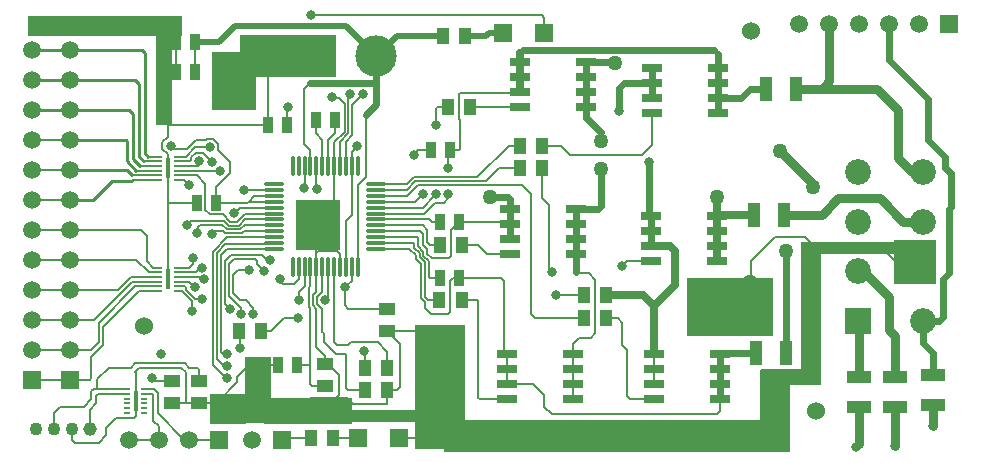
<source format=gtl>
%FSTAX23Y23*%
%MOIN*%
%SFA1B1*%

%IPPOS*%
%ADD11C,0.023620*%
%ADD13C,0.007870*%
%ADD15C,0.010000*%
%ADD17R,0.055000X0.040000*%
%ADD18R,0.023620X0.007870*%
%ADD19R,0.015750X0.070870*%
%ADD20R,0.059060X0.059060*%
%ADD21R,0.040000X0.055000*%
%ADD22R,0.068900X0.025590*%
%ADD23R,0.036000X0.057000*%
%ADD24R,0.078740X0.043310*%
%ADD25R,0.043310X0.078740*%
%ADD26O,0.066930X0.011810*%
%ADD27O,0.011810X0.066930*%
%ADD49C,0.031500*%
%ADD50C,0.019680*%
%ADD51C,0.027560*%
%ADD52R,0.141100X0.147070*%
%ADD53R,0.360000X0.040000*%
%ADD54R,0.070000X0.476970*%
%ADD55R,0.205000X0.051970*%
%ADD56R,0.101380X0.175000*%
%ADD57R,0.055000X0.305000*%
%ADD58R,0.515000X0.070000*%
%ADD59R,0.148890X0.195000*%
%ADD60R,0.320000X0.140000*%
%ADD61R,1.152440X0.105000*%
%ADD62R,0.290000X0.195000*%
%ADD63R,0.124750X0.098430*%
%ADD64R,0.293000X0.085000*%
%ADD65R,0.085000X0.220000*%
%ADD66R,0.385000X0.043940*%
%ADD67R,0.165790X0.415000*%
%ADD68R,0.149210X0.170000*%
%ADD69C,0.060000*%
%ADD70R,0.059060X0.059060*%
%ADD71C,0.059060*%
%ADD72C,0.137800*%
%ADD73C,0.043310*%
%ADD74C,0.045280*%
%ADD75R,0.085630X0.085630*%
%ADD76C,0.085630*%
%ADD77C,0.031500*%
%ADD78C,0.050000*%
%LN3phasedriver-1*%
%LPD*%
G54D11*
X05935Y03565D02*
Y037D01*
X05992Y03472D02*
X06011Y03453D01*
X05992Y03472D02*
Y03507D01*
X05935Y03565D02*
X05992Y03507D01*
X06011Y03342D02*
Y03453D01*
X06003Y03334D02*
X06011Y03342D01*
X05985Y02975D02*
Y03101D01*
X06003Y0312*
X04845Y03345D02*
Y03468D01*
X04835Y03335D02*
X04845Y03345D01*
X0476Y03335D02*
X04835D01*
X05918Y02961D02*
X05971D01*
X05985Y02975*
X06003Y0312D02*
Y03334D01*
X05805Y0383D02*
X05935Y037D01*
X05805Y0383D02*
Y0395D01*
X0546Y02855D02*
Y03185D01*
X05918Y02886D02*
Y02961D01*
Y02886D02*
X0595Y02855D01*
Y0278D02*
Y02855D01*
X05245D02*
X0536D01*
X0524Y028D02*
Y0285D01*
Y0275D02*
Y028D01*
Y027D02*
Y0275D01*
X0476Y03124D02*
Y03185D01*
X05009Y0326D02*
Y0331D01*
Y0321D02*
Y0326D01*
X05005Y03314D02*
Y0349D01*
X04922Y03755D02*
X05014D01*
X04905Y03738D02*
X04922Y03755D01*
X04905Y0366D02*
Y03738D01*
X05014Y03755D02*
Y03805D01*
Y03705D02*
Y03755D01*
X04795Y03825D02*
X04875D01*
X0476Y03285D02*
Y03335D01*
Y03235D02*
Y03285D01*
Y03185D02*
Y03235D01*
X04795Y03639D02*
X04845Y0359D01*
X04795Y03639D02*
Y03675D01*
Y03775D02*
Y03825D01*
Y03725D02*
Y03775D01*
Y03675D02*
Y03725D01*
X04095Y03685D02*
Y0376D01*
X0406Y03649D02*
X04095Y03685D01*
X04475Y03375D02*
X04534D01*
X04539Y03335D02*
Y03369D01*
Y03285D02*
Y03335D01*
Y03235D02*
Y03285D01*
X0534Y03735D02*
X05395D01*
X0531Y03705D02*
X0534Y03735D01*
X05235Y03705D02*
X0531D01*
X05235Y03755D02*
Y03805D01*
Y03705D02*
Y03755D01*
Y03655D02*
Y03705D01*
Y03805D02*
Y0385D01*
X04585Y03865D02*
X0522D01*
X04095Y0376D02*
Y03845D01*
X03875Y03755D02*
X0409D01*
G54D13*
X0588Y03458D02*
X05918D01*
X03878Y0398D02*
X04647D01*
X04655Y03971*
Y03921D02*
Y03971D01*
X04095Y03845D02*
X04098D01*
X0378Y02565D02*
X03785Y0257D01*
X03878*
X03952D02*
X04033D01*
X04171D02*
X04263D01*
X03346Y02771D02*
X03356Y02762D01*
X03415*
X03454Y02565D02*
X0347D01*
X03366Y02653D02*
X03454Y02565D01*
X03366Y02653D02*
Y02722D01*
X03354Y02734D02*
X03366Y02722D01*
X03322Y02734D02*
X03354D01*
X0327Y02565D02*
X0337D01*
Y0261*
X0335Y02629D02*
X0337Y0261D01*
X0335Y02629D02*
Y02715D01*
X03347Y02718D02*
X0335Y02715D01*
X03322Y02718D02*
X03347D01*
X0329Y0279D02*
X03293Y02786D01*
Y02695D02*
Y02786D01*
Y02643D02*
Y02695D01*
X03287Y02637D02*
X03293Y02643D01*
X03227Y02637D02*
X03287D01*
X03195Y02605D02*
X03227Y02637D01*
X03165Y02734D02*
X03263D01*
X03168Y02718D02*
X03263D01*
X03875Y03076D02*
Y0314D01*
X03871Y03072D02*
X03875Y03076D01*
X03871Y03007D02*
Y03072D01*
X03563Y02688D02*
X03631Y02756D01*
X04845Y03564D02*
Y0359D01*
X04914Y03145D02*
X04926Y03157D01*
Y0316*
X0467Y0313D02*
Y03349D01*
X04647Y03372D02*
X0467Y03349D01*
X04647Y03372D02*
Y0347D01*
Y03545D02*
X0471D01*
X0474Y03515*
X04536Y03545D02*
X04573D01*
X04431Y0344D02*
X04536Y03545D01*
X0422Y0344D02*
X04431D01*
X04505Y0347D02*
X04573D01*
X04462Y03427D02*
X04505Y0347D01*
X04225Y03427D02*
X04462D01*
X04982Y03515D02*
X05014Y03547D01*
X0474Y03515D02*
X04982D01*
X05345Y03081D02*
Y0316D01*
X05425Y0324*
X05525*
X0556Y03205*
X0578*
X05857Y03127*
X05918*
X04701Y03046D02*
X04788D01*
X0413Y02928D02*
X04248D01*
X0524Y0266D02*
Y027D01*
X0523Y0265D02*
X0524Y0266D01*
X0468Y0265D02*
X0523D01*
X04655Y02675D02*
X0468Y0265D01*
X04655Y02675D02*
Y02713D01*
X04618Y0275D02*
X04655Y02713D01*
X04529Y0275D02*
X04618D01*
X05695Y0254D02*
X05705Y0255D01*
X05701Y03127D02*
X05717D01*
X05701Y02961D02*
X05705Y02958D01*
X0524Y0285D02*
X05245Y02855D01*
X05019Y028D02*
Y0285D01*
Y0275D02*
Y028D01*
X04862Y0297D02*
X049D01*
X04915Y02955*
Y0288D02*
Y02955D01*
Y0288D02*
X0493Y02865D01*
Y0271D02*
Y02865D01*
Y0271D02*
X0494Y027D01*
X05019*
X0476Y03124D02*
X04765Y0312D01*
X04804*
X04825Y03099*
Y0292D02*
Y03099D01*
X04809Y02905D02*
X04825Y0292D01*
X0477Y02905D02*
X04809D01*
X0475Y02885D02*
X0477Y02905D01*
X0475Y0285D02*
Y02885D01*
Y028D02*
Y0285D01*
Y0275D02*
Y028D01*
Y027D02*
Y0275D01*
X05005Y03314D02*
X05009Y0331D01*
X04926Y0316D02*
X05009D01*
X05014Y03547D02*
Y03655D01*
X04013Y03523D02*
X04025Y03535D01*
X04013Y03479D02*
Y03523D01*
X04033Y0314D02*
Y03413D01*
X0406Y0344D02*
Y03649D01*
X04033Y03413D02*
X0406Y0344D01*
X04407Y03675D02*
X04574D01*
X04132Y0273D02*
X04165D01*
X04175Y0274*
Y02883*
X0413Y02928D02*
X04175Y02883D01*
X0399Y03013D02*
X04001Y03002D01*
X0413*
X0394Y03195D02*
X03965D01*
X03902D02*
X0394D01*
Y03235*
X03954Y0334D02*
Y03479D01*
X03893Y0319D02*
X03895Y03188D01*
X03893Y0319D02*
Y03293D01*
X04132Y02687D02*
Y0273D01*
X0413Y02685D02*
X04132Y02687D01*
X04016Y02685D02*
X0413D01*
X03996Y02705D02*
X04016Y02685D01*
X0396Y02705D02*
X03996D01*
X03873D02*
X0396D01*
X0397Y02715*
Y0278*
X03933Y02817D02*
X0397Y0278D01*
X03925Y02817D02*
X03933D01*
X0308Y02565D02*
Y026D01*
Y02565D02*
X0309Y02555D01*
X0317*
X03195Y0258*
Y02605*
X0346Y02688D02*
X03505D01*
X03415D02*
X0346D01*
X03459Y02688D02*
X0346Y02688D01*
X03459Y02688D02*
Y0279D01*
X03445Y02805D02*
X03459Y0279D01*
X03305Y02805D02*
X03445D01*
X0329Y0279D02*
X03305Y02805D01*
X03472D02*
X03498D01*
X03457Y0282D02*
X03472Y02805D01*
X03292Y0282D02*
X03457D01*
X03203Y02805D02*
X03277D01*
X03292Y0282*
X03505Y02688D02*
X03563D01*
X03631Y02756D02*
Y02773D01*
X03672Y02815*
X03768*
X03153Y02734D02*
X03165D01*
Y02766*
X03203Y02805*
X03498D02*
X03503Y028D01*
X03505*
Y02762D02*
Y028D01*
X0347Y02565D02*
X0357D01*
X0316Y0271D02*
X03168Y02718D01*
X0316Y02686D02*
Y0271D01*
X03139Y02665D02*
X0316Y02686D01*
X03139Y026D02*
Y02665D01*
X03145Y02726D02*
X03153Y02734D01*
X03145Y027D02*
Y02726D01*
X0312Y02675D02*
X03145Y027D01*
X0304Y02675D02*
X0312D01*
X0302Y02655D02*
X0304Y02675D01*
X0302Y026D02*
Y02655D01*
X0444Y027D02*
X04529D01*
X04435Y02705D02*
X0444Y027D01*
X04435Y02705D02*
Y03028D01*
X04431Y03031D02*
X04435Y03028D01*
X04379Y03031D02*
X04431D01*
X04529Y028D02*
Y0285D01*
Y0275D02*
Y028D01*
X0452Y02859D02*
X04529Y0285D01*
X0452Y02859D02*
Y03095D01*
X0451Y03104D02*
X0452Y03095D01*
X04372Y03104D02*
X0451D01*
X04538Y03185D02*
X04539Y03185D01*
X04463Y03185D02*
X04538D01*
X04434Y03215D02*
X04463Y03185D01*
X04382Y03215D02*
X04434D01*
X04349Y03104D02*
X04372D01*
X0434Y03095D02*
X04349Y03104D01*
X0434Y0299D02*
Y03095D01*
X04333Y02983D02*
X0434Y0299D01*
X04277Y02983D02*
X04333D01*
X04257Y03004D02*
X04277Y02983D01*
X04257Y03004D02*
Y03024D01*
X04244Y03037D02*
X04257Y03024D01*
X04244Y03037D02*
Y0315D01*
X04226Y03168D02*
X04244Y0315D01*
X04226Y03168D02*
Y0318D01*
X04205Y03201D02*
X04226Y0318D01*
X04094Y03201D02*
X04205D01*
X04268Y03031D02*
X04305D01*
X04257Y03042D02*
X04268Y03031D01*
X04257Y03042D02*
Y03156D01*
X04239Y03174D02*
X04257Y03156D01*
X04239Y03174D02*
Y03187D01*
X04222Y03204D02*
X04239Y03187D01*
X04222Y03204D02*
Y03217D01*
X04218Y03221D02*
X04222Y03217D01*
X04094Y03221D02*
X04218D01*
X0399Y03013D02*
Y03075D01*
X04274Y03104D02*
X04308D01*
X0427Y03109D02*
X04274Y03104D01*
X0427Y03109D02*
Y03161D01*
X04252Y03179D02*
X0427Y03161D01*
X04252Y03179D02*
Y03192D01*
X04235Y0321D02*
X04252Y03192D01*
X04235Y0321D02*
Y0324D01*
X04233Y03241D02*
X04235Y0324D01*
X04094Y03241D02*
X04233D01*
X04345Y03263D02*
X04372Y0329D01*
X04345Y03178D02*
Y03263D01*
X04337Y0317D02*
X04345Y03178D01*
X0428Y0317D02*
X04337D01*
X04265Y03185D02*
X0428Y0317D01*
X04265Y03185D02*
Y032D01*
X0425Y03215D02*
X04265Y032D01*
X0425Y03215D02*
Y0325D01*
X04239Y0326D02*
X0425Y0325D01*
X04094Y0326D02*
X04239D01*
X04275Y03215D02*
X04308D01*
X04265Y03225D02*
X04275Y03215D01*
X04265Y03225D02*
Y03265D01*
X04249Y0328D02*
X04265Y03265D01*
X04094Y0328D02*
X04249D01*
X0523Y0331D02*
X05234Y03315D01*
X0523Y0331D02*
X0523Y0331D01*
X04534Y03375D02*
X04539Y03369D01*
X04534Y0329D02*
X04539Y03285D01*
X04372Y0329D02*
X04534D01*
X0428D02*
X04308D01*
X04269Y033D02*
X0428Y0329D01*
X04094Y033D02*
X04269D01*
X0522Y03865D02*
X05235Y0385D01*
X04574Y03854D02*
X04585Y03865D01*
X04569Y0372D02*
X04574Y03725D01*
X04375Y0372D02*
X04569D01*
X04372Y03717D02*
X04375Y0372D01*
X04372Y03635D02*
Y03717D01*
Y03635D02*
X04375Y03632D01*
Y03535D02*
Y03632D01*
X0437Y0353D02*
X04375Y03535D01*
X04342Y0353D02*
X0437D01*
X04335Y03523D02*
X04342Y0353D01*
X04335Y0347D02*
Y03523D01*
Y0337D02*
Y03378D01*
X0432Y03355D02*
X04335Y0337D01*
X0429Y03355D02*
X0432D01*
X04254Y03319D02*
X0429Y03355D01*
X04094Y03319D02*
X04254D01*
X04295Y03614D02*
Y0367D01*
X043Y03675*
X04333*
X04249Y03339D02*
X04288Y03378D01*
X04094Y03339D02*
X04249D01*
X0422Y03515D02*
X04235Y0353D01*
X04278*
X04094Y03359D02*
X04224D01*
X0425Y03385*
X04625Y0297D02*
X04788D01*
X0461Y02985D02*
X04625Y0297D01*
X0461Y02985D02*
Y03385D01*
X0458Y03414D02*
X0461Y03385D01*
X04234Y03414D02*
X0458D01*
X04198Y03378D02*
X04234Y03414D01*
X04094Y03378D02*
X04198D01*
X04196Y03398D02*
X04225Y03427D01*
X04094Y03398D02*
X04196D01*
X04198Y03418D02*
X0422Y0344D01*
X04094Y03418D02*
X04198D01*
X03472Y03092D02*
X0349Y03075D01*
X03429Y03092D02*
X03472D01*
X03512Y031D02*
X0352D01*
X0355Y02815D02*
Y03192D01*
X03564Y02835D02*
Y03188D01*
X03577Y03023D02*
Y0318D01*
X0359Y03019D02*
Y0316D01*
X03605Y03044D02*
Y0315D01*
X03617Y03054D02*
Y03114D01*
X03633Y0313*
X03617Y03054D02*
X03641Y03031D01*
X03491Y03035D02*
X03515D01*
X03462Y03063D02*
X03491Y03035D01*
X03446Y0306D02*
X0348Y03027D01*
X03429Y0306D02*
X03446D01*
X0348Y02995D02*
Y03027D01*
X03462Y03063D02*
Y0307D01*
X03456Y03076D02*
X03462Y0307D01*
X03512Y031D02*
X03512Y031D01*
X0341Y03545D02*
X0342Y03535D01*
X03382Y03556D02*
X034Y03573D01*
X03382Y03533D02*
X034Y03516D01*
Y0347D02*
Y03516D01*
Y03573D02*
Y03615D01*
X03382Y03533D02*
Y03556D01*
X04015Y0368D02*
X04042Y03707D01*
X04015Y03581D02*
Y0368D01*
X0397Y03705D02*
X0399Y03685D01*
Y03592D02*
Y03685D01*
X03797Y03669D02*
X03801Y03674D01*
X03797Y03615D02*
Y03669D01*
X04002Y03586D02*
Y03707D01*
X03993Y03559D02*
X04015Y03581D01*
X03993Y03479D02*
Y03559D01*
X04002Y03707D02*
X04005Y0371D01*
X03974Y03557D02*
X04002Y03586D01*
X03974Y03479D02*
Y03557D01*
X03954Y03705D02*
X0397D01*
X03954Y03556D02*
X0399Y03592D01*
X03954Y03479D02*
Y03556D01*
X03893Y03587D02*
Y0363D01*
Y03587D02*
X03915Y03564D01*
Y03479D02*
Y03564D01*
X03957Y03587D02*
Y0363D01*
X03934Y03564D02*
X03957Y03587D01*
X03934Y03479D02*
Y03564D01*
X0409Y03755D02*
X04095Y0376D01*
X03855Y03735D02*
X03875Y03755D01*
X03855Y03551D02*
Y03735D01*
X04055Y0286D02*
X04058Y02857D01*
Y02805D02*
Y02857D01*
X041Y0289D02*
X04132Y02858D01*
X04011Y0289D02*
X041D01*
X03965Y0288D02*
X04001D01*
X04011Y0289*
X03605Y03044D02*
X03645Y03004D01*
Y02983D02*
Y03004D01*
X0355Y02815D02*
X0359Y02775D01*
X03564Y02835D02*
X03585Y02815D01*
X03577Y02859D02*
X03587Y0285D01*
X03577Y02859D02*
Y03023D01*
X03638Y02926D02*
X03639Y02925D01*
Y0287D02*
Y02925D01*
X03551Y03567D02*
X03567Y03551D01*
X03528Y03567D02*
X03551D01*
X03526Y03565D02*
X03528Y03567D01*
X0342Y03535D02*
X03465D01*
X03495Y03565*
X03526*
X03567Y03532D02*
Y03551D01*
Y03532D02*
X03608Y03491D01*
Y03454D02*
Y03491D01*
X03562Y03408D02*
X03608Y03454D01*
X03562Y03355D02*
Y03408D01*
X034Y03615D02*
Y0367D01*
Y03615D02*
X03733D01*
Y03778D02*
X038Y03845D01*
X03733Y03615D02*
Y03778D01*
X03712Y02926D02*
X03744D01*
X03788Y0297*
X03835*
X03997Y0308D02*
X04013Y03095D01*
Y0314*
X04Y0273D02*
X04058D01*
X03993Y02736D02*
X04Y0273D01*
X03993Y02736D02*
Y02846D01*
X0399Y0285D02*
X03993Y02846D01*
X0396Y0285D02*
X0399D01*
X0392Y0289D02*
X0396Y0285D01*
X0392Y0289D02*
Y0292D01*
X03954Y0289D02*
Y0314D01*
Y0289D02*
X03965Y0288D01*
X03875Y0275D02*
Y0282D01*
Y0275D02*
X03882Y02743D01*
X03925*
X03832Y02815D02*
X0387D01*
X03875Y0282*
X03895Y02874D02*
X03925Y02845D01*
Y02817D02*
Y02845D01*
X03915Y02925D02*
X0392Y0292D01*
X03429Y03108D02*
X03505D01*
X03512Y031*
X03659Y03031D02*
X03685Y03005D01*
X03641Y03031D02*
X03659D01*
X03685Y02985D02*
Y03005D01*
X03633Y0313D02*
X0367D01*
X03605Y0315D02*
X03622Y03167D01*
X03692*
X03697Y03162*
Y03152D02*
Y03162D01*
X0359Y0316D02*
X0361Y0318D01*
X03715*
X0373Y03165*
X0374*
X03697Y03152D02*
X0372Y03128D01*
X03836Y0303D02*
Y03056D01*
X03856Y03076*
X03429Y03076D02*
X03456D01*
X0359Y03019D02*
X03608Y03002D01*
X03564Y03188D02*
X03592Y03216D01*
X03577Y0318D02*
X03598Y03201D01*
X03577Y03023D02*
X03577Y03023D01*
X03895Y0341D02*
Y03479D01*
X03855Y03551D02*
X03875Y0353D01*
Y03479D02*
Y0353D01*
X034Y03355D02*
Y0347D01*
Y031D02*
Y03355D01*
X03498*
X03454Y0343D02*
X0347Y03415D01*
X03429Y0343D02*
X03454D01*
X03775Y03095D02*
X03785Y03085D01*
X0382*
X03856Y03411D02*
Y03479D01*
X04013Y03313D02*
Y03479D01*
X03993Y03293D02*
X04013Y03313D01*
X03993Y0314D02*
Y03293D01*
X03895Y0314D02*
Y03188D01*
X03902Y03195*
X03965D02*
X03974Y03185D01*
Y0314D02*
Y03185D01*
X04132Y02805D02*
Y02858D01*
X03915Y02925D02*
Y03D01*
X03897Y03018D02*
X03915Y03D01*
X03897Y03018D02*
Y03041D01*
X03915Y03059*
Y0314*
X03871Y03007D02*
X03875Y03003D01*
Y0282D02*
Y03003D01*
X03895Y03057D02*
Y0314D01*
X03884Y03046D02*
X03895Y03057D01*
X03884Y03013D02*
Y03046D01*
Y03013D02*
X03895Y03002D01*
Y02874D02*
Y03002D01*
X03925Y0303D02*
X03934Y03039D01*
Y0314*
X03856Y03076D02*
Y0314D01*
X03493Y03123D02*
X03505Y03135D01*
X03429Y03123D02*
X03493D01*
X03429Y03139D02*
X03472D01*
X03485Y03151*
Y0317*
X03583Y03317D02*
X03608Y03292D01*
X0354Y03317D02*
X03583D01*
X03525Y03332D02*
X0354Y03317D01*
X03525Y03332D02*
Y03417D01*
X03496Y03446D02*
X03525Y03417D01*
X0382Y03085D02*
X03836Y03101D01*
Y0314*
X03598Y03201D02*
X03755D01*
X03592Y03216D02*
X0375D01*
X03755Y03221*
X0355Y03192D02*
X03598Y0324D01*
X03755*
X03755Y03241*
X03428Y0379D02*
Y0389D01*
X0349Y0354D02*
X0354D01*
X03459Y03509D02*
X0349Y0354D01*
X03429Y03509D02*
X03459D01*
X03429Y03493D02*
X03473D01*
X03477Y03497*
X03547Y03255D02*
X03553Y0326D01*
X03585*
X03592Y03253*
X03647*
X03654Y0326*
X03755*
X03657Y033D02*
X03755D01*
X03636Y03279D02*
X03657Y033D01*
X03603Y03279D02*
X03636D01*
X03631Y03292D02*
X03658Y03319D01*
X03608Y03292D02*
X03631D01*
X03642Y03266D02*
X03656Y0328D01*
X03597Y03266D02*
X03642D01*
X0362Y0332D02*
X03639Y03339D01*
X03562Y03355D02*
X03665D01*
X03541Y03497D02*
X03547D01*
X03477Y03497D02*
Y03506D01*
X03493Y03522*
X03516*
X03541Y03497*
X03547Y0349D02*
Y03497D01*
X03505Y03483D02*
Y03495D01*
X035Y03478D02*
X03505Y03483D01*
X03429Y03478D02*
X035D01*
X03429Y03462D02*
X03572D01*
X03575Y0346*
X035Y0327D02*
Y03275D01*
X03507Y03282*
X03581*
X03597Y03266*
X03656Y0328D02*
X03755D01*
X0347Y0329D02*
X03475Y03295D01*
X03587*
X03603Y03279*
X03429Y03446D02*
X03496D01*
X03658Y03319D02*
X03755D01*
X03639Y03339D02*
X03755D01*
X03669Y03359D02*
X03688Y03378D01*
X03665Y03355D02*
X03669Y03359D01*
X03755*
X03688Y03378D02*
X03755D01*
X03655Y03398D02*
X03755D01*
X03492Y0379D02*
Y0389D01*
X03075Y02765D02*
X0314D01*
X03145Y0277*
Y0284*
X03185Y0288*
Y0294*
X03305Y0306*
X0337*
X03075Y02865D02*
X03145D01*
X0317Y0289*
Y02955*
X03291Y03076*
X0337*
X03075Y02965D02*
X03155D01*
X03282Y03092*
X0337*
X03075Y03065D02*
X03235D01*
X02965D02*
X03075D01*
X03235D02*
X03278Y03108D01*
X0337*
X03075Y03165D02*
X03295D01*
X03336Y03123*
X0337*
X03075Y03265D02*
X0331D01*
X0333Y03245*
Y0316D02*
Y03245D01*
Y0316D02*
X0335Y03139D01*
X0337*
X02965Y02765D02*
X03075D01*
X02965Y02865D02*
X03075D01*
X02965Y02965D02*
X03075D01*
X02965Y03165D02*
X03075D01*
X02965Y03265D02*
X03075D01*
X02965Y03365D02*
X03075D01*
X02965Y03465D02*
X03075D01*
X02965Y03565D02*
X03075D01*
X0328Y0343D02*
X0337D01*
X03281Y03446D02*
X0337D01*
X03295Y03462D02*
X0337D01*
X03306Y03478D02*
X0337D01*
X0332Y03493D02*
X0337D01*
X03335Y03509D02*
X0337D01*
G54D15*
X03213Y03428D02*
X03281D01*
X0315Y03365D02*
X03213Y03428D01*
X03075Y03365D02*
X0315D01*
X03075Y03465D02*
X03263D01*
X03281Y03446*
X03075Y03565D02*
X0326D01*
X03265Y0356*
Y03493D02*
Y0356D01*
Y03493D02*
X03295Y03462D01*
X03075Y03665D02*
X0327D01*
X03285Y0365*
Y035D02*
Y0365D01*
Y035D02*
X03306Y03478D01*
X03075Y03765D02*
X0329D01*
X03305Y0375*
Y03509D02*
Y0375D01*
Y03509D02*
X0332Y03493D01*
X03075Y03865D02*
X03315D01*
X03325Y03855*
Y0352D02*
Y03855D01*
Y0352D02*
X03335Y03509D01*
X02965Y03665D02*
X03075D01*
X02965Y03765D02*
X03075D01*
X02965Y03865D02*
X03075D01*
G54D17*
X03505Y02762D03*
Y02688D03*
X03415Y02762D03*
Y02688D03*
X03925Y02817D03*
Y02743D03*
X0413Y03002D03*
Y02928D03*
G54D18*
X03322Y02718D03*
Y02734D03*
Y02702D03*
Y02686D03*
Y02671D03*
Y02655D03*
X03263D03*
Y02671D03*
Y02686D03*
Y02702D03*
Y02734D03*
Y02718D03*
X03429Y03076D03*
Y0306D03*
Y03092D03*
Y03108D03*
Y03123D03*
Y03139D03*
X0337D03*
Y03123D03*
Y03108D03*
Y03092D03*
Y0306D03*
Y03076D03*
X03429Y03446D03*
Y0343D03*
Y03462D03*
Y03478D03*
Y03493D03*
Y03509D03*
X0337D03*
Y03493D03*
Y03478D03*
Y03462D03*
Y0343D03*
Y03446D03*
G54D19*
X03293Y02695D03*
X034Y031D03*
Y0347D03*
G54D20*
X04517Y03921D03*
X04655D03*
X04033Y0257D03*
X04171D03*
X0357Y02565D03*
X06005Y0395D03*
X0378Y02565D03*
G54D21*
X04391Y0391D03*
X04317D03*
X03952Y0257D03*
X03878D03*
X03712Y02926D03*
X03638D03*
X04407Y03675D03*
X04333D03*
X04647Y03545D03*
X04573D03*
X04382Y03215D03*
X04308D03*
X04647Y0347D03*
X04573D03*
X04379Y03031D03*
X04305D03*
X04862Y0297D03*
X04788D03*
Y03046D03*
X04862D03*
X04058Y02805D03*
X04132D03*
X04058Y0273D03*
X04132D03*
G54D22*
X0523Y0316D03*
Y0321D03*
Y0326D03*
Y0331D03*
X05009Y0316D03*
Y0321D03*
Y0326D03*
Y0331D03*
X04574Y03825D03*
Y03775D03*
Y03725D03*
Y03675D03*
X04795Y03825D03*
Y03775D03*
Y03725D03*
Y03675D03*
X05014Y03805D03*
Y03755D03*
Y03705D03*
Y03655D03*
X05235Y03805D03*
Y03755D03*
Y03705D03*
Y03655D03*
X04539Y03335D03*
Y03285D03*
Y03235D03*
Y03185D03*
X0476Y03335D03*
Y03285D03*
Y03235D03*
Y03185D03*
X04529Y0285D03*
Y028D03*
Y0275D03*
Y027D03*
X0475Y0285D03*
Y028D03*
Y0275D03*
Y027D03*
X05019Y0285D03*
Y028D03*
Y0275D03*
Y027D03*
X0524Y0285D03*
Y028D03*
Y0275D03*
Y027D03*
G54D23*
X03498Y03355D03*
X03562D03*
X03428Y0389D03*
X03492D03*
X03428Y0379D03*
X03492D03*
X03733Y03615D03*
X03797D03*
X03893Y0363D03*
X03957D03*
X04278Y0353D03*
X04342D03*
X04308Y0329D03*
X04372D03*
X04308Y03104D03*
X04372D03*
X03768Y02815D03*
X03832D03*
G54D24*
X05705Y02675D03*
Y02775D03*
X0595Y0268D03*
Y0278D03*
X05825Y02675D03*
Y02775D03*
G54D25*
X05395Y03735D03*
X05495D03*
X0536Y02855D03*
X0546D03*
X05355Y03315D03*
X05455D03*
G54D26*
X03755Y03418D03*
Y03398D03*
Y03378D03*
Y03359D03*
Y03339D03*
Y03319D03*
Y033D03*
Y0328D03*
Y0326D03*
Y03241D03*
Y03221D03*
Y03201D03*
X04094D03*
Y03221D03*
Y03241D03*
Y0326D03*
Y0328D03*
Y033D03*
Y03319D03*
Y03339D03*
Y03359D03*
Y03378D03*
Y03398D03*
Y03418D03*
G54D27*
X03816Y0314D03*
X03836D03*
X03856D03*
X03875D03*
X03895D03*
X03915D03*
X03934D03*
X03954D03*
X03974D03*
X03993D03*
X04013D03*
X04033D03*
Y03479D03*
X04013D03*
X03993D03*
X03974D03*
X03954D03*
X03934D03*
X03915D03*
X03895D03*
X03875D03*
X03856D03*
X03836D03*
X03816D03*
G54D49*
X0558Y03735D02*
X05765D01*
X05834Y03665*
Y03503D02*
Y03665D01*
Y03503D02*
X0588Y03458D01*
X0544Y03526D02*
X0555Y03416D01*
X0595Y0261D02*
Y0268D01*
X05825Y02545D02*
Y02675D01*
X05705Y0255D02*
Y02675D01*
X05717Y03127D02*
X05805Y0304D01*
Y0293D02*
Y0304D01*
Y0293D02*
X05825Y0291D01*
Y02775D02*
Y0291D01*
X05705Y02775D02*
Y02958D01*
X05851Y03292D02*
X05918D01*
X05774Y0337D02*
X05851Y03292D01*
X05635Y0337D02*
X05774D01*
X0558Y03315D02*
X05635Y0337D01*
X05455Y03315D02*
X0558D01*
X05605Y0376D02*
Y0395D01*
X0558Y03735D02*
X05605Y0376D01*
X05495Y03735D02*
X0558D01*
G54D50*
X04472Y03921D02*
X04517D01*
X04461Y0391D02*
X04472Y03921D01*
X04391Y0391D02*
X04461D01*
X04163D02*
X04317D01*
X04098Y03845D02*
X04163Y0391D01*
X03492Y0389D02*
X0357D01*
X03625Y03945*
X03995*
X04095Y03845*
G54D51*
X05009Y0321D02*
X05075D01*
X0509Y03195*
Y03082D02*
Y03195D01*
X05019Y03012D02*
X0509Y03082D01*
X04862Y03046D02*
X04985D01*
X05019Y03012*
Y0285D02*
Y03012D01*
X05234Y03315D02*
X05355D01*
X0523Y0326D02*
Y0331D01*
Y0321D02*
Y0326D01*
Y0316D02*
Y0321D01*
X0523Y0331D02*
Y03375D01*
X04574Y03825D02*
Y03854D01*
Y03775D02*
Y03825D01*
Y03725D02*
Y03775D01*
G54D52*
X05889Y03156D03*
G54D53*
X0569Y03205D03*
G54D54*
X05545Y02986D03*
G54D55*
X05477Y02774D03*
G54D56*
X05425Y02712D03*
G54D57*
X03387Y03767D03*
G54D58*
X03192Y03945D03*
G54D59*
X03622Y03762D03*
G54D60*
X038Y03845D03*
G54D61*
X04896Y02577D03*
G54D62*
X05275Y03007D03*
G54D63*
X03602Y02669D03*
G54D64*
X03867Y02662D03*
G54D65*
X03702Y0273D03*
G54D66*
X04037Y02644D03*
G54D67*
X04307Y02742D03*
G54D68*
X03899Y0328D03*
G54D69*
X03322Y02944D03*
X05562Y02661D03*
X05343Y03929D03*
G54D70*
X02948Y02763D03*
X03075Y02765D03*
G54D71*
X02948Y02863D03*
Y02963D03*
Y03063D03*
Y03163D03*
Y03263D03*
Y03363D03*
Y03463D03*
Y03563D03*
Y03663D03*
Y03763D03*
Y03863D03*
X0347Y02565D03*
X0337D03*
X0327D03*
X05505Y0395D03*
X05605D03*
X05705D03*
X05805D03*
X05905D03*
X0368Y02565D03*
X03075Y03865D03*
Y03765D03*
Y03665D03*
Y03565D03*
Y03465D03*
Y03365D03*
Y03265D03*
Y03165D03*
Y03065D03*
Y02965D03*
Y02865D03*
G54D72*
X04095Y03845D03*
X038D03*
G54D73*
X0296Y026D03*
X0302D03*
X0308D03*
G54D74*
X03139Y026D03*
G54D75*
X05701Y02961D03*
G54D76*
X05701Y03127D03*
Y03292D03*
Y03458D03*
X05918Y02961D03*
Y03127D03*
Y03292D03*
Y03458D03*
G54D77*
X03878Y0398D03*
X03346Y02771D03*
X03378Y02852D03*
X03563Y02697D03*
X04914Y03145D03*
X04679Y03125D03*
X04695Y03047D03*
X0595Y0261D03*
X05825Y02545D03*
X05695Y0254D03*
X05005Y0349D03*
X04905Y0366D03*
X04031Y03544D03*
X04335Y0347D03*
Y03385D03*
X04295Y03614D03*
Y03385D03*
X0422Y03515D03*
X0425Y03385D03*
X0352Y031D03*
X0349Y03075D03*
X03515Y03035D03*
X0348Y02995D03*
X0341Y03545D03*
X03946Y03706D03*
X04006Y03716D03*
X03801Y03674D03*
X04051Y03716D03*
X04055Y0286D03*
X03597Y0277D03*
Y0281D03*
X03598Y0285D03*
X03639Y0287D03*
X03835Y0297D03*
X0399Y03075D03*
X03645Y02983D03*
X03685Y02985D03*
X0367Y0313D03*
X0372Y03128D03*
X03775Y03101D03*
X0374Y03165D03*
X03836Y0303D03*
X03608Y03002D03*
X03897Y034D03*
X03855Y03403D03*
X03925Y0303D03*
X03515Y03139D03*
X03485Y0317D03*
X0347Y03415D03*
X0354Y0354D03*
X03548Y0325D03*
X0362Y0332D03*
X03505Y03495D03*
X03547Y0349D03*
X03575Y0346D03*
X03496Y03255D03*
X03465Y0328D03*
X03655Y03398D03*
G54D78*
X0322Y03935D03*
X04845Y03468D03*
Y0356D03*
X0534Y0309D03*
X0433Y02895D03*
X0555Y03408D03*
X0544Y03526D03*
X0546Y03195D03*
X0489Y0382D03*
X0523Y03375D03*
X04475D03*
M02*
</source>
